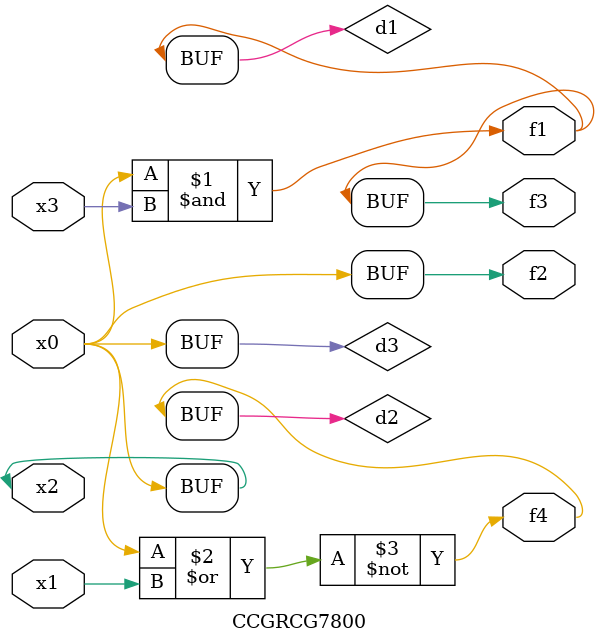
<source format=v>
module CCGRCG7800(
	input x0, x1, x2, x3,
	output f1, f2, f3, f4
);

	wire d1, d2, d3;

	and (d1, x2, x3);
	nor (d2, x0, x1);
	buf (d3, x0, x2);
	assign f1 = d1;
	assign f2 = d3;
	assign f3 = d1;
	assign f4 = d2;
endmodule

</source>
